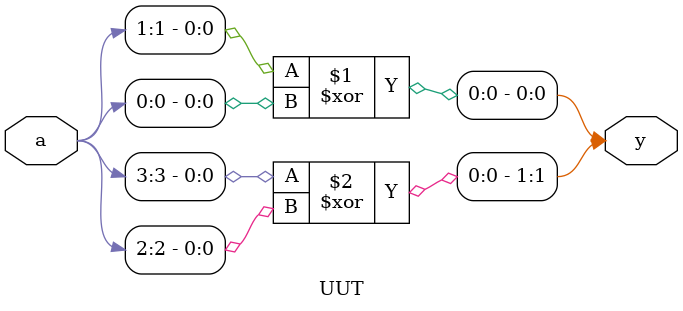
<source format=v>
/*
 *  OffCourse::Verilog
 *		- Quiz Verilog Diagram Question select-xor-concat
 *
 *  Copyright: Sybe
 *  License: GPLv3 or later
 */

module	UUT (
  input [3:0] a,
  output [1:0] y
);

assign y = {a[3] ^ a[2], a[1] ^ a[0]};

endmodule
</source>
